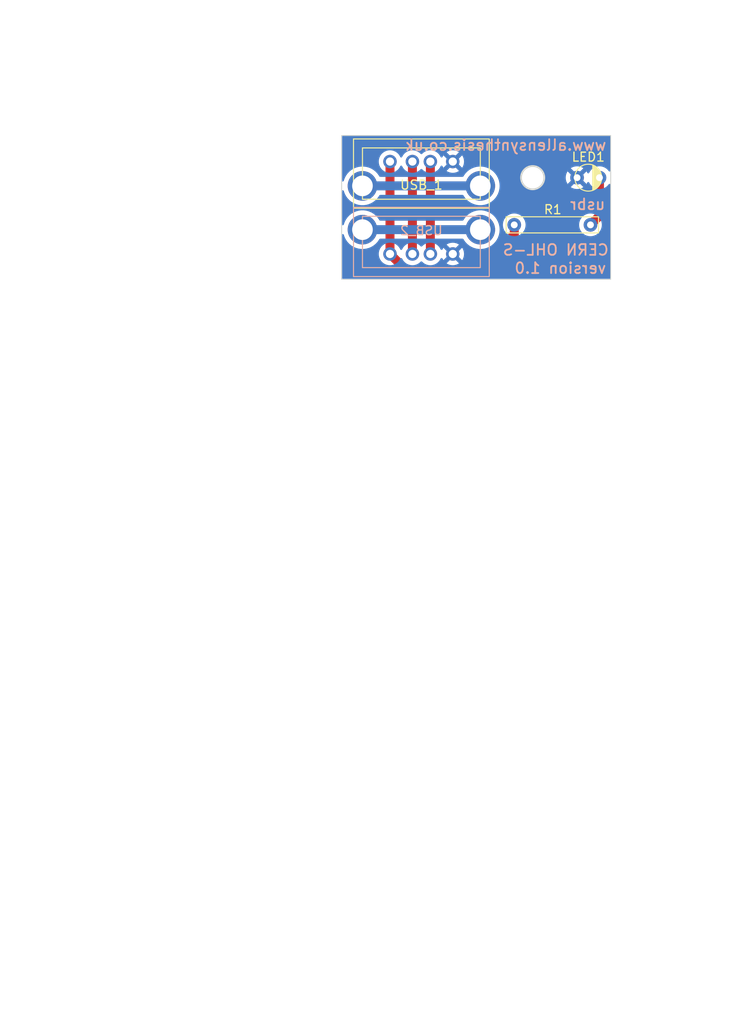
<source format=kicad_pcb>
(kicad_pcb (version 20221018) (generator pcbnew)
  (layers (0 "F.Cu" signal) (31 "B.Cu" signal) (34 "B.Paste" user) (35 "F.Paste" user) (36 "B.SilkS" user "B.Silkscreen") (37 "F.SilkS" user "F.Silkscreen") (38 "B.Mask" user) (39 "F.Mask" user) (44 "Edge.Cuts" user))
  (net 0 "")
  (net 1 "/VBUS")
  (net 2 "/USB_DP")
  (net 3 "Earth")
  (net 4 "/USB_DN")
  (net 5 "unconnected-(USB_1-Shield-Pad5)")
  (net 6 "unconnected-(USB_2-Shield-Pad5)")
  (net 7 "Net-(LED1-A)")
  (footprint "Eurorack:Resistor 0.25W Through-Hole" (layer "F.Cu") (at 23.495 16.436)
    (fp_text reference "R1" (at 0.05 -1.704 unlocked) (layer "F.SilkS"))
    (fp_text value "4K7")
    (fp_rect (start -5.15 -0.9) (end 5.15 0.9) (stroke (width 0.12)) (fill none) (layer "F.SilkS"))
    (pad "1" thru_hole circle (at -4.25 0) (size 1.524 1.524) (drill 0.762) (layers "*.Cu" "*.Mask") (net 1 "/VBUS"))
    (pad "2" thru_hole circle (at 4.25 0) (size 1.524 1.524) (drill 0.762) (layers "*.Cu" "*.Mask") (net 7 "Net-(LED1-A)"))
  )
  (footprint "Eurorack:CN22155 USB 2.0 Female Connector" (layer "F.Cu") (at 2.32 12.091)
    (fp_text reference "USB_1" (at 6.57 -0.1 unlocked) (layer "F.SilkS"))
    (fp_text value "USB_A")
    (fp_rect (start -1 -5.23) (end 14.14 2.49) (stroke (width 0.12)) (fill none) (layer "F.SilkS"))
    (fp_rect (start 0 -4.23) (end 13.14 1.49) (stroke (width 0.12)) (fill none) (layer "F.SilkS"))
    (pad "1" thru_hole circle (at 3.07 -2.71) (size 1.5 1.5) (drill 0.92) (layers "*.Cu" "*.Mask") (net 1 "/VBUS"))
    (pad "2" thru_hole circle (at 5.57 -2.71) (size 1.5 1.5) (drill 0.92) (layers "*.Cu" "*.Mask") (net 4 "/USB_DN"))
    (pad "3" thru_hole circle (at 7.57 -2.71) (size 1.5 1.5) (drill 0.92) (layers "*.Cu" "*.Mask") (net 2 "/USB_DP"))
    (pad "4" thru_hole circle (at 10.07 -2.71) (size 1.5 1.5) (drill 0.92) (layers "*.Cu" "*.Mask") (net 3 "Earth"))
    (pad "5" thru_hole circle (at 0 0) (size 3.3 3.3) (drill 2.3) (layers "*.Cu" "*.Mask") (net 5 "unconnected-(USB_1-Shield-Pad5)"))
    (pad "5" thru_hole circle (at 13.14 0) (size 3.3 3.3) (drill 2.3) (layers "*.Cu" "*.Mask") (net 5 "unconnected-(USB_1-Shield-Pad5)"))
  )
  (footprint "Eurorack:LED 3mm" (layer "F.Cu") (at 27.5 11.176)
    (fp_text reference "LED1" (at 0 -2.3 unlocked) (layer "F.SilkS"))
    (fp_text value "LED")
    (fp_circle (center 0 0) (end 0 -1.5) (stroke (width 0.12)) (fill none) (layer "F.SilkS"))
    (fp_poly (pts (xy 1.4 0.2) (xy 1.3 0.7) (xy 0.9 1.1) (xy 0.5 1.4) (xy 0.5 -1.4) (xy 0.8 -1.2) (xy 1.1 -0.9) (xy 1.4 -0.4)) (stroke (width 0.12)) (fill solid) (layer "F.SilkS"))
    (pad "1" thru_hole circle (at -1.25 0) (size 1.524 1.524) (drill 0.762) (layers "*.Cu" "*.Mask") (net 3 "Earth"))
    (pad "2" thru_hole circle (at 1.25 0) (size 1.524 1.524) (drill 0.762) (layers "*.Cu" "*.Mask") (net 7 "Net-(LED1-A)"))
  )
  (footprint "Eurorack:CN22155 USB 2.0 Female Connector" (layer "B.Cu") (at 2.32 16.971)
    (fp_text reference "USB_2" (at 6.57 0.1 unlocked) (layer "B.SilkS") (effects (justify mirror)))
    (fp_text value "USB_A")
    (fp_rect (start -1 5.23) (end 14.14 -2.49) (stroke (width 0.12)) (fill none) (layer "B.SilkS"))
    (fp_rect (start 0 4.23) (end 13.14 -1.49) (stroke (width 0.12)) (fill none) (layer "B.SilkS"))
    (pad "1" thru_hole circle (at 3.07 2.71) (size 1.5 1.5) (drill 0.92) (layers "*.Cu" "*.Mask") (net 1 "/VBUS"))
    (pad "2" thru_hole circle (at 5.57 2.71) (size 1.5 1.5) (drill 0.92) (layers "*.Cu" "*.Mask") (net 4 "/USB_DN"))
    (pad "3" thru_hole circle (at 7.57 2.71) (size 1.5 1.5) (drill 0.92) (layers "*.Cu" "*.Mask") (net 2 "/USB_DP"))
    (pad "4" thru_hole circle (at 10.07 2.71) (size 1.5 1.5) (drill 0.92) (layers "*.Cu" "*.Mask") (net 3 "Earth"))
    (pad "5" thru_hole circle (at 0 0) (size 3.3 3.3) (drill 2.3) (layers "*.Cu" "*.Mask") (net 6 "unconnected-(USB_2-Shield-Pad5)"))
    (pad "5" thru_hole circle (at 13.14 0) (size 3.3 3.3) (drill 2.3) (layers "*.Cu" "*.Mask") (net 6 "unconnected-(USB_2-Shield-Pad5)"))
  )
  (gr_rect (start 0 6.477) (end 30 22.5) (stroke (width 0.1)) (fill none) (layer "Edge.Cuts"))
  (gr_circle (center 21.299 11.176) (end 22.599 11.176) (stroke (width 0.2)) (fill none) (layer "Edge.Cuts"))
  (gr_text "www.allensynthesis.co.uk" (at 18.288 7.546) (layer "B.SilkS") (effects (font (size 1.2 1.2) (thickness 0.2)) (justify mirror)))
  (gr_text "usbr" (at 27.432 14.15) (layer "B.SilkS") (effects (font (size 1.2 1.2) (thickness 0.2)) (justify mirror)))
  (gr_text "CERN OHL-S" (at 23.876 19.23) (layer "B.SilkS") (effects (font (size 1.2 1.2) (thickness 0.2)) (justify mirror)))
  (gr_text "version 1.0" (at 24.384 21.262) (layer "B.SilkS") (effects (font (size 1.2 1.2) (thickness 0.2)) (justify mirror)))
  (segment (start 7.225 21.516) (end 5.39 19.681) (width 1) (layer "F.Cu") (net 1))
  (segment (start 19.245 16.436) (end 19.245 17.51363) (width 1) (layer "F.Cu") (net 1))
  (segment (start 5.39 9.381) (end 5.39 19.681) (width 1) (layer "F.Cu") (net 1))
  (segment (start 19.245 17.51363) (end 15.24263 21.516) (width 1) (layer "F.Cu") (net 1))
  (segment (start 15.24263 21.516) (end 7.225 21.516) (width 1) (layer "F.Cu") (net 1))
  (segment (start 9.89 19.681) (end 9.89 9.381) (width 1) (layer "F.Cu") (net 2))
  (segment (start 7.89 9.381) (end 7.89 19.681) (width 1) (layer "F.Cu") (net 4))
  (segment (start 15.46 12.091) (end 2.32 12.091) (width 1) (layer "B.Cu") (net 5))
  (segment (start 2.32 16.971) (end 15.46 16.971) (width 1) (layer "B.Cu") (net 6))
  (segment (start 28.75 11.176) (end 28.75 15.431) (width 1) (layer "F.Cu") (net 7))
  (segment (start 28.75 15.431) (end 27.745 16.436) (width 1) (layer "F.Cu") (net 7))
  (zone (net 3) (net_name "Earth") (layer "B.Cu") (priority 1) (connect_pads (clearance 0.5)) (min_thickness 0.25) (fill yes (thermal_gap 0.5) (thermal_bridge_width 0.5))
    (polygon (pts (xy 0 6.276) (xy 30.48 6.276) (xy 30.48 22.786) (xy 0 22.786)))
  )
)
</source>
